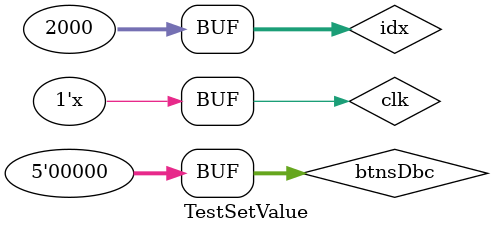
<source format=sv>
`timescale 1ns / 100ps


module TestSetValue();

// generate clock
localparam CLK_PERIOD = 10; //ns, 100MHz
reg clk = 0;
initial clk = 1'b0;
always #( CLK_PERIOD/2.0 )
clk = ~clk;

// test input register
reg [4:0] btnsDbc = 4'b00000;
wire [9:0] rpm;
wire [9:0] amp;
    
// assign btns = {btnC,btnU,btnL,btnR,btnD};
integer idx;
initial begin

    for ( idx=0; idx<600; idx = idx+1 ) begin
        #20;
        btnsDbc <= 5'b00001;
        #40;
        btnsDbc <= 5'b00000;
    end


    for ( idx=0; idx<2000; idx = idx+1 ) begin
        #20;
        btnsDbc <= 5'b01000;
        #40;
        btnsDbc <= 5'b00000;
    end
    
end

SetValue sv( .clk(clk), .btns(btnsDbc), .rpm(rpm), .amp(amp) );

endmodule

</source>
